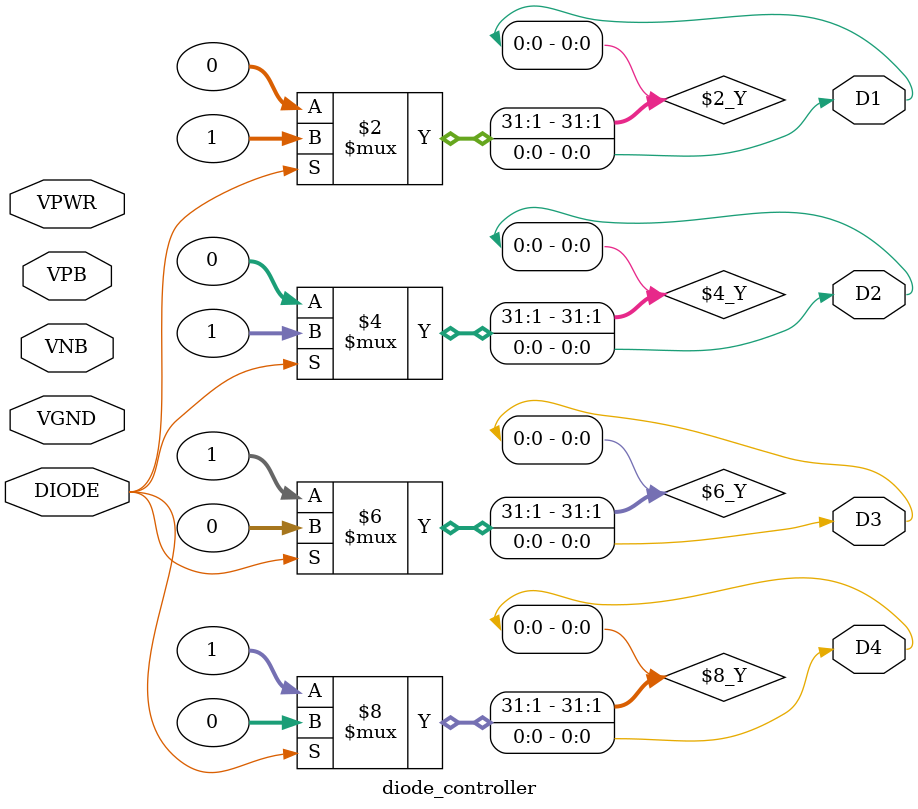
<source format=v>
module diode_controller (
    DIODE,
    VPWR,
    VGND,
    VPB,
    VNB,
    D1,
    D2,
    D3,
    D4
);

    input DIODE;
    input VPWR;
    input VGND;
    input VPB;
    input VNB;
    output D1;
    output D2;
    output D3;
    output D4;

    // Define voltage levels
    parameter HIGH_LEVEL = 1;
    parameter LOW_LEVEL = 0;

    // Define diode states
    parameter FORWARD_BIAS = 1;
    parameter REVERSE_BIAS = 0;

    // Determine diode states based on DIODE input
    assign D1 = (DIODE == FORWARD_BIAS) ? HIGH_LEVEL : LOW_LEVEL;
    assign D2 = (DIODE == FORWARD_BIAS) ? HIGH_LEVEL : LOW_LEVEL;
    assign D3 = (DIODE == FORWARD_BIAS) ? LOW_LEVEL : HIGH_LEVEL;
    assign D4 = (DIODE == FORWARD_BIAS) ? LOW_LEVEL : HIGH_LEVEL;

endmodule
</source>
